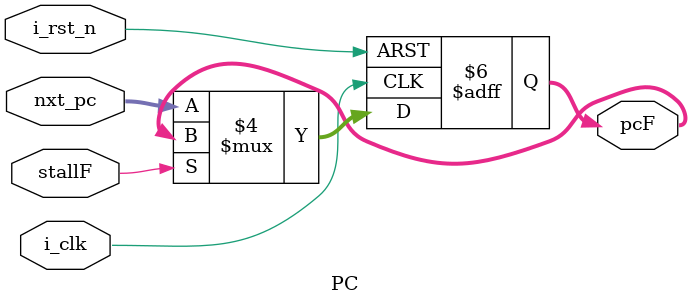
<source format=sv>
module PC(
	input logic i_clk,
	input logic i_rst_n,
	input logic stallF,
	input logic [31:0] nxt_pc,
	output logic [31:0] pcF
);

always @(posedge i_clk or negedge i_rst_n) begin
	if (!i_rst_n) pcF <= 0;
	else if (stallF) pcF <= pcF;
	else pcF <= nxt_pc;	
end

endmodule


</source>
